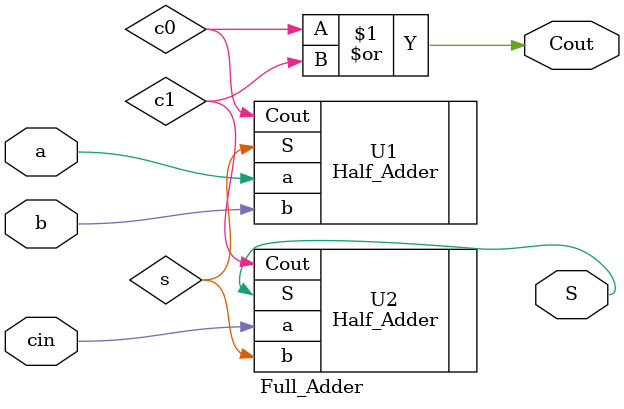
<source format=v>

module Full_Adder (
    input a, b, cin,
    output S, Cout
);
    wire s, c0, c1;

    Half_Adder U1(.a(a), .b(b), .S(s), .Cout(c0)); // Two input, and two output
    Half_Adder U2(.a(cin), .b(s), .S(S), .Cout(c1)); // 
    assign Cout = c0 | c1; // 
    
endmodule

</source>
